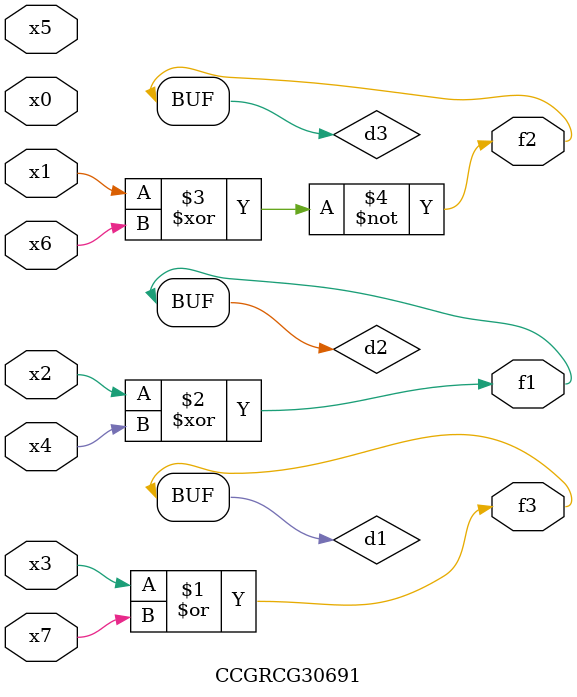
<source format=v>
module CCGRCG30691(
	input x0, x1, x2, x3, x4, x5, x6, x7,
	output f1, f2, f3
);

	wire d1, d2, d3;

	or (d1, x3, x7);
	xor (d2, x2, x4);
	xnor (d3, x1, x6);
	assign f1 = d2;
	assign f2 = d3;
	assign f3 = d1;
endmodule

</source>
